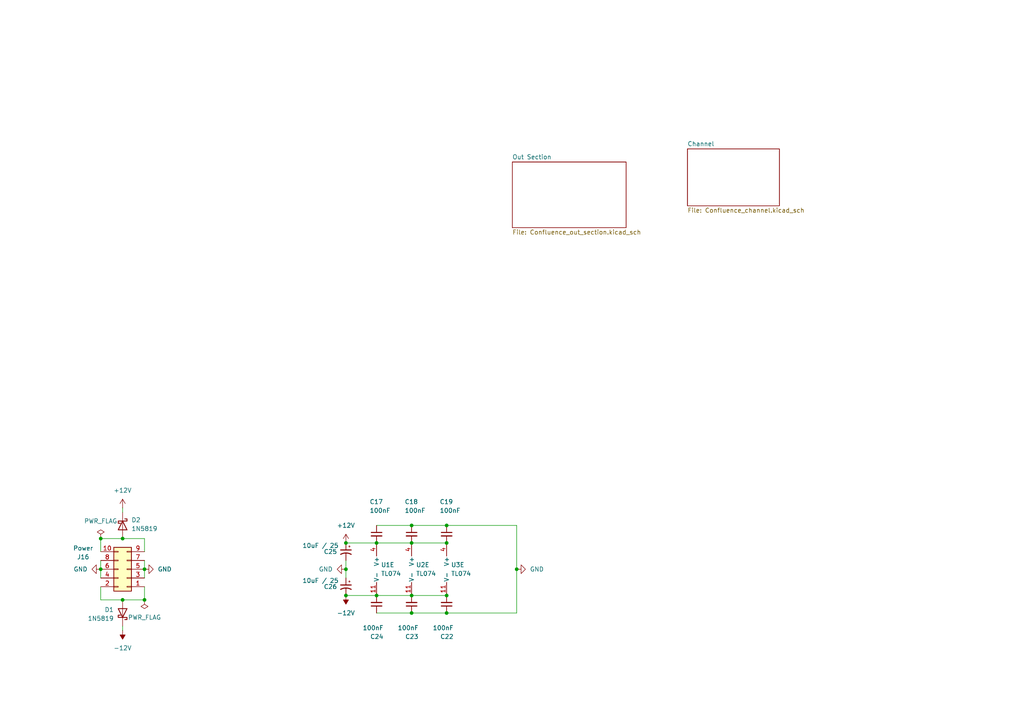
<source format=kicad_sch>
(kicad_sch (version 20231120) (generator "eeschema") (generator_version "8.0")
  (paper "A4")
  (lib_symbols
    (symbol "Amplifier_Operational:TL074" (pin_names (offset 0.127))
      (property "Reference" "U" (at 0 5.08 0))
      (property "Value" "TL074" (at 0 -5.08 0))
      (symbol "TL074_1_1"
        (polyline (pts (xy -5.08 5.08) (xy 5.08 0) (xy -5.08 -5.08) (xy -5.08 5.08)) (stroke (width 0.254)) (fill (type background)))
        (pin output line (at 7.62 0 180) (length 2.54) (name "~") (number "1"))
        (pin input line (at -7.62 -2.54 0) (length 2.54) (name "-") (number "2"))
        (pin input line (at -7.62 2.54 0) (length 2.54) (name "+") (number "3"))
      )
      (symbol "TL074_2_1"
        (polyline (pts (xy -5.08 5.08) (xy 5.08 0) (xy -5.08 -5.08) (xy -5.08 5.08)) (stroke (width 0.254)) (fill (type background)))
        (pin input line (at -7.62 2.54 0) (length 2.54) (name "+") (number "5"))
        (pin input line (at -7.62 -2.54 0) (length 2.54) (name "-") (number "6"))
        (pin output line (at 7.62 0 180) (length 2.54) (name "~") (number "7"))
      )
      (symbol "TL074_3_1"
        (polyline (pts (xy -5.08 5.08) (xy 5.08 0) (xy -5.08 -5.08) (xy -5.08 5.08)) (stroke (width 0.254)) (fill (type background)))
        (pin input line (at -7.62 2.54 0) (length 2.54) (name "+") (number "10"))
        (pin output line (at 7.62 0 180) (length 2.54) (name "~") (number "8"))
        (pin input line (at -7.62 -2.54 0) (length 2.54) (name "-") (number "9"))
      )
      (symbol "TL074_4_1"
        (polyline (pts (xy -5.08 5.08) (xy 5.08 0) (xy -5.08 -5.08) (xy -5.08 5.08)) (stroke (width 0.254)) (fill (type background)))
        (pin input line (at -7.62 2.54 0) (length 2.54) (name "+") (number "12"))
        (pin input line (at -7.62 -2.54 0) (length 2.54) (name "-") (number "13"))
        (pin output line (at 7.62 0 180) (length 2.54) (name "~") (number "14"))
      )
      (symbol "TL074_5_1"
        (pin power_in line (at -2.54 -7.62 90) (length 3.81) (name "V-") (number "11"))
        (pin power_in line (at -2.54 7.62 270) (length 3.81) (name "V+") (number "4"))
      )
    )
    (symbol "Connector_Generic:Conn_02x05_Odd_Even" (pin_names (offset 1.016) hide)
      (property "Reference" "J" (at 1.27 7.62 0))
      (property "Value" "Conn_02x05_Odd_Even" (at 1.27 -7.62 0))
      (symbol "Conn_02x05_Odd_Even_1_1"
        (rectangle (start -1.27 -4.953) (end 0 -5.207) (stroke (width 0.1524)))
        (rectangle (start -1.27 -2.413) (end 0 -2.667) (stroke (width 0.1524)))
        (rectangle (start -1.27 0.127) (end 0 -0.127) (stroke (width 0.1524)))
        (rectangle (start -1.27 2.667) (end 0 2.413) (stroke (width 0.1524)))
        (rectangle (start -1.27 5.207) (end 0 4.953) (stroke (width 0.1524)))
        (rectangle (start -1.27 6.35) (end 3.81 -6.35) (stroke (width 0.254)) (fill (type background)))
        (rectangle (start 3.81 -4.953) (end 2.54 -5.207) (stroke (width 0.1524)))
        (rectangle (start 3.81 -2.413) (end 2.54 -2.667) (stroke (width 0.1524)))
        (rectangle (start 3.81 0.127) (end 2.54 -0.127) (stroke (width 0.1524)))
        (rectangle (start 3.81 2.667) (end 2.54 2.413) (stroke (width 0.1524)))
        (rectangle (start 3.81 5.207) (end 2.54 4.953) (stroke (width 0.1524)))
        (pin passive line (at -5.08 5.08 0) (length 3.81) (name "Pin_1") (number "1"))
        (pin passive line (at 7.62 -5.08 180) (length 3.81) (name "Pin_10") (number "10"))
        (pin passive line (at 7.62 5.08 180) (length 3.81) (name "Pin_2") (number "2"))
        (pin passive line (at -5.08 2.54 0) (length 3.81) (name "Pin_3") (number "3"))
        (pin passive line (at 7.62 2.54 180) (length 3.81) (name "Pin_4") (number "4"))
        (pin passive line (at -5.08 0 0) (length 3.81) (name "Pin_5") (number "5"))
        (pin passive line (at 7.62 0 180) (length 3.81) (name "Pin_6") (number "6"))
        (pin passive line (at -5.08 -2.54 0) (length 3.81) (name "Pin_7") (number "7"))
        (pin passive line (at 7.62 -2.54 180) (length 3.81) (name "Pin_8") (number "8"))
        (pin passive line (at -5.08 -5.08 0) (length 3.81) (name "Pin_9") (number "9"))
      )
    )
    (symbol "Device:C_Small" (pin_numbers hide) (pin_names (offset 0.254) hide)
      (property "Reference" "C" (at 0.254 1.778 0))
      (property "Value" "C_Small" (at 0.254 -2.032 0))
      (symbol "C_Small_0_1"
        (polyline (pts (xy -1.524 -0.508) (xy 1.524 -0.508)) (stroke (width 0.3302)))
        (polyline (pts (xy -1.524 0.508) (xy 1.524 0.508)) (stroke (width 0.3048)))
      )
      (symbol "C_Small_1_1"
        (pin passive line (at 0 2.54 270) (length 2.032) (name "~") (number "1"))
        (pin passive line (at 0 -2.54 90) (length 2.032) (name "~") (number "2"))
      )
    )
    (symbol "Diode:1N5819" (pin_numbers hide) (pin_names (offset 1.016) hide)
      (property "Reference" "D" (at 0 2.54 0))
      (property "Value" "1N5819" (at 0 -2.54 0))
      (symbol "1N5819_0_1"
        (polyline (pts (xy 1.27 0) (xy -1.27 0)))
        (polyline (pts (xy 1.27 1.27) (xy 1.27 -1.27) (xy -1.27 0) (xy 1.27 1.27)) (stroke (width 0.254)))
        (polyline (pts (xy -1.905 0.635) (xy -1.905 1.27) (xy -1.27 1.27) (xy -1.27 -1.27) (xy -0.635 -1.27) (xy -0.635 -0.635)) (stroke (width 0.254)))
      )
      (symbol "1N5819_1_1"
        (pin passive line (at -3.81 0 0) (length 2.54) (name "K") (number "1"))
        (pin passive line (at 3.81 0 180) (length 2.54) (name "A") (number "2"))
      )
    )
    (symbol "PCM_4ms_Capacitor:47uF_5x5.3_16V" (pin_numbers hide) (pin_names (offset 0.254) hide)
      (property "Reference" "C" (at 1.905 1.27 0))
      (property "Display" "47uF/16V" (at 1.905 -1.27 0))
      (symbol "47uF_5x5.3_16V_0_1"
        (polyline (pts (xy -1.524 0.508) (xy 1.524 0.508)) (stroke (width 0.3048)))
        (polyline (pts (xy -1.27 1.524) (xy -0.762 1.524)))
        (polyline (pts (xy -1.016 1.27) (xy -1.016 1.778)))
        (arc (start 1.524 -0.762) (mid 0 -0.3734) (end -1.524 -0.762) (stroke (width 0.3048)))
      )
      (symbol "47uF_5x5.3_16V_1_1"
        (pin passive line (at 0 2.54 270) (length 2.032) (name "~") (number "1"))
        (pin passive line (at 0 -2.54 90) (length 2.032) (name "~") (number "2"))
      )
    )
    (symbol "power:+12V" (power) (pin_numbers hide) (pin_names (offset 0) hide)
      (property "Value" "+12V" (at 0 3.556 0))
      (symbol "+12V_0_1"
        (polyline (pts (xy -0.762 1.27) (xy 0 2.54)))
        (polyline (pts (xy 0 0) (xy 0 2.54)))
        (polyline (pts (xy 0 2.54) (xy 0.762 1.27)))
      )
      (symbol "+12V_1_1"
        (pin power_in line (at 0 0 90) (length 0) (name "~") (number "1"))
      )
    )
    (symbol "power:-12V" (power) (pin_numbers hide) (pin_names (offset 0) hide)
      (property "Value" "-12V" (at 0 3.556 0))
      (symbol "-12V_0_0"
        (pin power_in line (at 0 0 90) (length 0) (name "~") (number "1"))
      )
      (symbol "-12V_0_1"
        (polyline (pts (xy 0 0) (xy 0 1.27) (xy 0.762 1.27) (xy 0 2.54) (xy -0.762 1.27) (xy 0 1.27)) (fill (type outline)))
      )
    )
    (symbol "power:GND" (power) (pin_numbers hide) (pin_names (offset 0) hide)
      (property "Value" "GND" (at 0 -3.81 0))
      (symbol "GND_0_1"
        (polyline (pts (xy 0 0) (xy 0 -1.27) (xy 1.27 -1.27) (xy 0 -2.54) (xy -1.27 -1.27) (xy 0 -1.27)))
      )
      (symbol "GND_1_1"
        (pin power_in line (at 0 0 270) (length 0) (name "~") (number "1"))
      )
    )
    (symbol "power:PWR_FLAG" (power) (pin_numbers hide) (pin_names (offset 0) hide)
      (property "Value" "PWR_FLAG" (at 0 3.81 0))
      (symbol "PWR_FLAG_0_0"
        (pin power_out line (at 0 0 90) (length 0) (name "~") (number "1"))
      )
      (symbol "PWR_FLAG_0_1"
        (polyline (pts (xy 0 0) (xy 0 1.27) (xy -1.016 1.905) (xy 0 2.54) (xy 1.016 1.905) (xy 0 1.27)))
      )
    )
  )
  (junction (at 149.86 165.1))
  (junction (at 100.33 165.1))
  (junction (at 119.38 172.72))
  (junction (at 100.33 172.72))
  (junction (at 129.54 172.72))
  (junction (at 100.33 157.48))
  (junction (at 109.22 172.72))
  (junction (at 129.54 152.4))
  (junction (at 41.91 165.1))
  (junction (at 109.22 157.48))
  (junction (at 119.38 157.48))
  (junction (at 41.91 173.99))
  (junction (at 35.56 173.99))
  (junction (at 119.38 177.8))
  (junction (at 119.38 152.4))
  (junction (at 35.56 156.21))
  (junction (at 129.54 177.8))
  (junction (at 29.21 165.1))
  (junction (at 129.54 157.48))
  (junction (at 29.21 156.21))
  (wire (pts (xy 35.56 182.88) (xy 35.56 181.61)))
  (wire (pts (xy 29.21 156.21) (xy 35.56 156.21)))
  (wire (pts (xy 29.21 173.99) (xy 29.21 170.18)))
  (wire (pts (xy 35.56 156.21) (xy 41.91 156.21)))
  (wire (pts (xy 29.21 160.02) (xy 29.21 156.21)))
  (wire (pts (xy 119.38 157.48) (xy 129.54 157.48)))
  (wire (pts (xy 100.33 165.1) (xy 100.33 167.64)))
  (wire (pts (xy 129.54 177.8) (xy 119.38 177.8)))
  (wire (pts (xy 109.22 152.4) (xy 119.38 152.4)))
  (wire (pts (xy 119.38 172.72) (xy 129.54 172.72)))
  (wire (pts (xy 129.54 152.4) (xy 149.86 152.4)))
  (wire (pts (xy 41.91 170.18) (xy 41.91 173.99)))
  (wire (pts (xy 100.33 172.72) (xy 109.22 172.72)))
  (wire (pts (xy 41.91 156.21) (xy 41.91 160.02)))
  (wire (pts (xy 29.21 162.56) (xy 29.21 165.1)))
  (wire (pts (xy 109.22 157.48) (xy 119.38 157.48)))
  (wire (pts (xy 119.38 177.8) (xy 109.22 177.8)))
  (wire (pts (xy 149.86 152.4) (xy 149.86 165.1)))
  (wire (pts (xy 41.91 162.56) (xy 41.91 165.1)))
  (wire (pts (xy 41.91 165.1) (xy 41.91 167.64)))
  (wire (pts (xy 29.21 173.99) (xy 35.56 173.99)))
  (wire (pts (xy 100.33 162.56) (xy 100.33 165.1)))
  (wire (pts (xy 35.56 147.32) (xy 35.56 148.59)))
  (wire (pts (xy 119.38 152.4) (xy 129.54 152.4)))
  (wire (pts (xy 129.54 177.8) (xy 149.86 177.8)))
  (wire (pts (xy 149.86 165.1) (xy 149.86 177.8)))
  (wire (pts (xy 35.56 173.99) (xy 41.91 173.99)))
  (wire (pts (xy 109.22 172.72) (xy 119.38 172.72)))
  (wire (pts (xy 100.33 157.48) (xy 109.22 157.48)))
  (wire (pts (xy 29.21 165.1) (xy 29.21 167.64)))
  (symbol (lib_id "power:PWR_FLAG") (at 41.91 173.99 180) (unit 1)
    (property "Reference" "#FLG02" (effects (hide yes)))
    (property "Value" "PWR_FLAG" (at 41.91 179.07 0))
    (property "Description" "Special symbol for telling ERC where power comes from" (effects (hide yes)))
  )
  (symbol (lib_id "power:GND") (at 29.21 165.1 270) (unit 1)
    (property "Reference" "#PWR046" (effects (hide yes)))
    (property "Value" "GND" (at 25.4 165.0999 90) (effects (justify right)))
    (property "Description" "Power symbol creates a global label with name \"GND\" , ground" (effects (hide yes)))
  )
  (symbol (lib_id "Device:C_Small") (at 119.38 175.26 180) (unit 1)
    (property "Reference" "C23" (at 121.412 184.658 0) (effects (justify left)))
    (property "Value" "100nF" (at 121.412 182.118 0) (effects (justify left)))
    (property "Footprint" "Capacitor_SMD:C_0805_2012Metric_Pad1.18x1.45mm_HandSolder" (effects (hide yes)))
    (property "Description" "Unpolarized capacitor, small symbol" (effects (hide yes)))
  )
  (symbol (lib_id "Diode:1N5819") (at 35.56 152.4 270) (unit 1) (exclude_from_sim yes)
    (property "Reference" "D2" (at 38.1 150.8124 90) (effects (justify left)))
    (property "Value" "1N5819" (at 38.1 153.3524 90) (effects (justify left)))
    (property "Footprint" "Diode_THT:D_DO-41_SOD81_P2.54mm_Vertical_AnodeUp" (effects (hide yes)))
    (property "Datasheet" "http://www.vishay.com/docs/88525/1n5817.pdf" (effects (hide yes)))
    (property "Description" "40V 1A Schottky Barrier Rectifier Diode, DO-41" (effects (hide yes)))
  )
  (symbol (lib_id "Amplifier_Operational:TL074") (at 111.76 165.1 0) (unit 5)
    (property "Reference" "U1" (at 110.49 163.8299 0) (effects (justify left)))
    (property "Value" "TL074" (at 110.49 166.3699 0) (effects (justify left)))
    (property "Footprint" "Package_SO:SOIC-14_3.9x8.7mm_P1.27mm" (effects (hide yes)))
    (property "Datasheet" "http://www.ti.com/lit/ds/symlink/tl071.pdf" (effects (hide yes)))
    (property "Description" "Quad Low-Noise JFET-Input Operational Amplifiers, DIP-14/SOIC-14" (effects (hide yes)))
  )
  (symbol (lib_id "Amplifier_Operational:TL074") (at 121.92 165.1 0) (unit 5)
    (property "Reference" "U2" (at 120.65 163.8299 0) (effects (justify left)))
    (property "Value" "TL074" (at 120.65 166.3699 0) (effects (justify left)))
    (property "Footprint" "Package_SO:SOIC-14_3.9x8.7mm_P1.27mm" (effects (hide yes)))
    (property "Datasheet" "http://www.ti.com/lit/ds/symlink/tl071.pdf" (effects (hide yes)))
    (property "Description" "Quad Low-Noise JFET-Input Operational Amplifiers, DIP-14/SOIC-14" (effects (hide yes)))
  )
  (symbol (lib_id "Device:C_Small") (at 129.54 175.26 180) (unit 1)
    (property "Reference" "C22" (at 131.572 184.658 0) (effects (justify left)))
    (property "Value" "100nF" (at 131.572 182.118 0) (effects (justify left)))
    (property "Footprint" "Capacitor_SMD:C_0805_2012Metric_Pad1.18x1.45mm_HandSolder" (effects (hide yes)))
    (property "Description" "Unpolarized capacitor, small symbol" (effects (hide yes)))
  )
  (symbol (lib_id "power:GND") (at 149.86 165.1 90) (unit 1)
    (property "Reference" "#PWR048" (effects (hide yes)))
    (property "Value" "GND" (at 153.67 165.0999 90) (effects (justify right)))
    (property "Description" "Power symbol creates a global label with name \"GND\" , ground" (effects (hide yes)))
  )
  (symbol (lib_id "PCM_4ms_Capacitor:47uF_5x5.3_16V") (at 100.33 160.02 0) (mirror y) (unit 1) (exclude_from_sim yes)
    (property "Reference" "C25" (at 97.79 160.02 0) (effects (justify left)))
    (property "Value" "10uF / 25" (at 92.964 158.242 0))
    (property "Footprint" "Capacitor_THT:CP_Radial_D4.0mm_P2.00mm" (effects (hide yes)))
    (property "Description" "47uF, 16V, 20%, 5.00mmD*5.30mmH, 2000Hrs@85℃" (effects (hide yes)))
    (property "Specifications" "47uF, 16V, 20%, 5.00mmD*5.30mmH, 2000Hrs@85℃" (effects (hide yes)))
    (property "Manufacturer" "Lelon" (effects (hide yes)))
    (property "Part Number" "VE-470M1CTR-0505" (effects (hide yes)))
    (property "Display" "47uF/16V" (effects (hide yes)))
    (property "JLCPCB ID" "C134798" (effects (hide yes)))
  )
  (symbol (lib_id "power:GND") (at 41.91 165.1 90) (unit 1)
    (property "Reference" "#PWR045" (effects (hide yes)))
    (property "Value" "GND" (at 45.72 165.0999 90) (effects (justify right)))
    (property "Description" "Power symbol creates a global label with name \"GND\" , ground" (effects (hide yes)))
  )
  (symbol (lib_id "power:+12V") (at 100.33 157.48 0) (unit 1)
    (property "Reference" "#PWR043" (effects (hide yes)))
    (property "Value" "+12V" (at 100.33 152.4 0))
    (property "Description" "Power symbol creates a global label with name \"+12V\"" (effects (hide yes)))
  )
  (symbol (lib_id "Device:C_Small") (at 109.22 154.94 0) (unit 1)
    (property "Reference" "C17" (at 107.188 145.542 0) (effects (justify left)))
    (property "Value" "100nF" (at 107.188 148.082 0) (effects (justify left)))
    (property "Footprint" "Capacitor_SMD:C_0805_2012Metric_Pad1.18x1.45mm_HandSolder" (effects (hide yes)))
    (property "Description" "Unpolarized capacitor, small symbol" (effects (hide yes)))
  )
  (symbol (lib_id "Diode:1N5819") (at 35.56 177.8 270) (mirror x) (unit 1) (exclude_from_sim yes)
    (property "Reference" "D1" (at 33.02 176.8474 90) (effects (justify right)))
    (property "Value" "1N5819" (at 33.02 179.3874 90) (effects (justify right)))
    (property "Footprint" "Diode_THT:D_DO-41_SOD81_P2.54mm_Vertical_AnodeUp" (effects (hide yes)))
    (property "Datasheet" "http://www.vishay.com/docs/88525/1n5817.pdf" (effects (hide yes)))
    (property "Description" "40V 1A Schottky Barrier Rectifier Diode, DO-41" (effects (hide yes)))
  )
  (symbol (lib_id "Amplifier_Operational:TL074") (at 132.08 165.1 0) (unit 5)
    (property "Reference" "U3" (at 130.81 163.8299 0) (effects (justify left)))
    (property "Value" "TL074" (at 130.81 166.3699 0) (effects (justify left)))
    (property "Footprint" "Package_SO:SOIC-14_3.9x8.7mm_P1.27mm" (effects (hide yes)))
    (property "Datasheet" "http://www.ti.com/lit/ds/symlink/tl071.pdf" (effects (hide yes)))
    (property "Description" "Quad Low-Noise JFET-Input Operational Amplifiers, DIP-14/SOIC-14" (effects (hide yes)))
  )
  (symbol (lib_id "power:-12V") (at 100.33 172.72 180) (unit 1)
    (property "Reference" "#PWR044" (effects (hide yes)))
    (property "Value" "-12V" (at 100.33 177.8 0))
    (property "Description" "Power symbol creates a global label with name \"-12V\"" (effects (hide yes)))
  )
  (symbol (lib_id "power:+12V") (at 35.56 147.32 0) (unit 1)
    (property "Reference" "#PWR01" (effects (hide yes)))
    (property "Value" "+12V" (at 35.56 142.24 0))
    (property "Description" "Power symbol creates a global label with name \"+12V\"" (effects (hide yes)))
  )
  (symbol (lib_id "power:GND") (at 100.33 165.1 270) (unit 1)
    (property "Reference" "#PWR047" (effects (hide yes)))
    (property "Value" "GND" (at 96.52 165.0999 90) (effects (justify right)))
    (property "Description" "Power symbol creates a global label with name \"GND\" , ground" (effects (hide yes)))
  )
  (symbol (lib_id "Device:C_Small") (at 129.54 154.94 0) (unit 1)
    (property "Reference" "C19" (at 127.508 145.542 0) (effects (justify left)))
    (property "Value" "100nF" (at 127.508 148.082 0) (effects (justify left)))
    (property "Footprint" "Capacitor_SMD:C_0805_2012Metric_Pad1.18x1.45mm_HandSolder" (effects (hide yes)))
    (property "Description" "Unpolarized capacitor, small symbol" (effects (hide yes)))
  )
  (symbol (lib_id "power:-12V") (at 35.56 182.88 180) (unit 1)
    (property "Reference" "#PWR02" (effects (hide yes)))
    (property "Value" "-12V" (at 35.56 187.96 0))
    (property "Description" "Power symbol creates a global label with name \"-12V\"" (effects (hide yes)))
  )
  (symbol (lib_id "power:PWR_FLAG") (at 29.21 156.21 0) (unit 1)
    (property "Reference" "#FLG01" (effects (hide yes)))
    (property "Value" "PWR_FLAG" (at 29.21 151.13 0))
    (property "Description" "Special symbol for telling ERC where power comes from" (effects (hide yes)))
  )
  (symbol (lib_id "PCM_4ms_Capacitor:47uF_5x5.3_16V") (at 100.33 170.18 0) (mirror y) (unit 1) (exclude_from_sim yes)
    (property "Reference" "C26" (at 97.79 170.18 0) (effects (justify left)))
    (property "Value" "10uF / 25" (at 92.964 168.402 0))
    (property "Footprint" "Capacitor_THT:CP_Radial_D4.0mm_P2.00mm" (effects (hide yes)))
    (property "Description" "47uF, 16V, 20%, 5.00mmD*5.30mmH, 2000Hrs@85℃" (effects (hide yes)))
    (property "Specifications" "47uF, 16V, 20%, 5.00mmD*5.30mmH, 2000Hrs@85℃" (effects (hide yes)))
    (property "Manufacturer" "Lelon" (effects (hide yes)))
    (property "Part Number" "VE-470M1CTR-0505" (effects (hide yes)))
    (property "Display" "47uF/16V" (effects (hide yes)))
    (property "JLCPCB ID" "C134798" (effects (hide yes)))
  )
  (symbol (lib_id "Device:C_Small") (at 109.22 175.26 180) (unit 1)
    (property "Reference" "C24" (at 111.252 184.658 0) (effects (justify left)))
    (property "Value" "100nF" (at 111.252 182.118 0) (effects (justify left)))
    (property "Footprint" "Capacitor_SMD:C_0805_2012Metric_Pad1.18x1.45mm_HandSolder" (effects (hide yes)))
    (property "Description" "Unpolarized capacitor, small symbol" (effects (hide yes)))
  )
  (symbol (lib_id "Device:C_Small") (at 119.38 154.94 0) (unit 1)
    (property "Reference" "C18" (at 117.348 145.542 0) (effects (justify left)))
    (property "Value" "100nF" (at 117.348 148.082 0) (effects (justify left)))
    (property "Footprint" "Capacitor_SMD:C_0805_2012Metric_Pad1.18x1.45mm_HandSolder" (effects (hide yes)))
    (property "Description" "Unpolarized capacitor, small symbol" (effects (hide yes)))
  )
  (symbol (lib_id "Connector_Generic:Conn_02x05_Odd_Even") (at 36.83 165.1 180) (unit 1)
    (property "Reference" "J16" (at 24.13 161.544 0))
    (property "Value" "Power" (at 24.13 159.004 0))
    (property "Footprint" "mort_mix:Pins_2x05_2.54mm_TH_Europower_shrouded" (effects (hide yes)))
    (property "Description" "Generic connector, double row, 02x05, odd/even pin numbering scheme (row 1 odd numbers, row 2 even numbers), script generated (kicad-library-utils/schlib/autogen/connector/)" (effects (hide yes)))
  )
  (sheet (at 199.39 43.18) (size 26.67 16.51) (stroke (width 0.1524))
    (property "Sheetname" "Channel" (at 199.39 42.4684 0) (effects (justify left bottom)))
    (property "Sheetfile" "Confluence_channel.kicad_sch" (at 199.39 60.2746 0) (effects (justify left top)))
  )
  (sheet (at 148.59 46.99) (size 33.02 19.05) (stroke (width 0.1524))
    (property "Sheetname" "Out Section" (at 148.59 46.2784 0) (effects (justify left bottom)))
    (property "Sheetfile" "Confluence_out_section.kicad_sch" (at 148.59 66.6246 0) (effects (justify left top)))
  )
)
</source>
